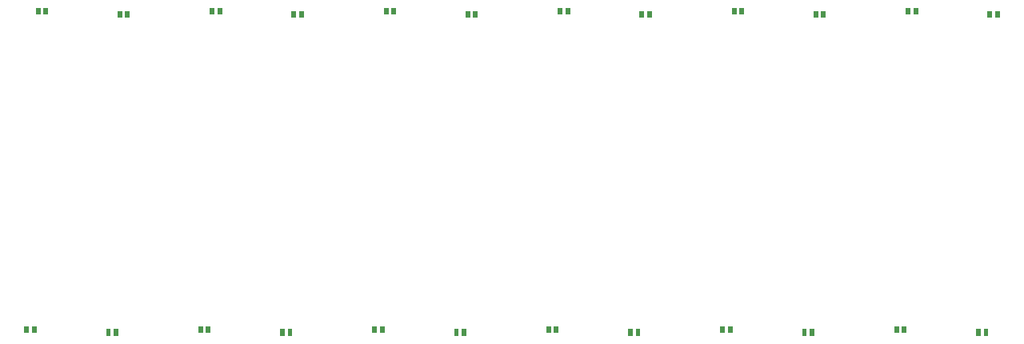
<source format=gtp>
G04 start of page 10 for group -4015 idx -4015 *
G04 Title: (unknown), toppaste *
G04 Creator: pcb 1.99z *
G04 CreationDate: Mon Aug 31 22:19:23 2015 UTC *
G04 For: commonadmin *
G04 Format: Gerber/RS-274X *
G04 PCB-Dimensions (mil): 5600.00 4300.00 *
G04 PCB-Coordinate-Origin: lower left *
%MOIN*%
%FSLAX25Y25*%
%LNTOPPASTE*%
%ADD89R,0.0197X0.0197*%
G54D89*X139026Y149767D02*Y148981D01*
X142174Y149767D02*Y148981D01*
X173052Y148443D02*Y147657D01*
X176200Y148443D02*Y147657D01*
X245552Y148443D02*Y147657D01*
X248700Y148443D02*Y147657D01*
X211526Y149767D02*Y148981D01*
X214674Y149767D02*Y148981D01*
X390552Y148443D02*Y147657D01*
X393700Y148443D02*Y147657D01*
X356526Y149767D02*Y148981D01*
X359674Y149767D02*Y148981D01*
X463052Y148443D02*Y147657D01*
X466200Y148443D02*Y147657D01*
X429026Y149767D02*Y148981D01*
X432174Y149767D02*Y148981D01*
X535552Y148443D02*Y147657D01*
X538700Y148443D02*Y147657D01*
X501526Y149767D02*Y148981D01*
X504674Y149767D02*Y148981D01*
X284026Y149767D02*Y148981D01*
X287174Y149767D02*Y148981D01*
X318052Y148443D02*Y147657D01*
X321200Y148443D02*Y147657D01*
X146948Y282343D02*Y281557D01*
X143800Y282343D02*Y281557D01*
X180974Y281019D02*Y280233D01*
X177826Y281019D02*Y280233D01*
X219448Y282343D02*Y281557D01*
X216300Y282343D02*Y281557D01*
X253474Y281019D02*Y280233D01*
X250326Y281019D02*Y280233D01*
X291948Y282343D02*Y281557D01*
X288800Y282343D02*Y281557D01*
X325974Y281019D02*Y280233D01*
X322826Y281019D02*Y280233D01*
X364448Y282343D02*Y281557D01*
X361300Y282343D02*Y281557D01*
X398474Y281019D02*Y280233D01*
X395326Y281019D02*Y280233D01*
X436948Y282343D02*Y281557D01*
X433800Y282343D02*Y281557D01*
X470974Y281019D02*Y280233D01*
X467826Y281019D02*Y280233D01*
X509448Y282343D02*Y281557D01*
X506300Y282343D02*Y281557D01*
X543474Y281019D02*Y280233D01*
X540326Y281019D02*Y280233D01*
M02*

</source>
